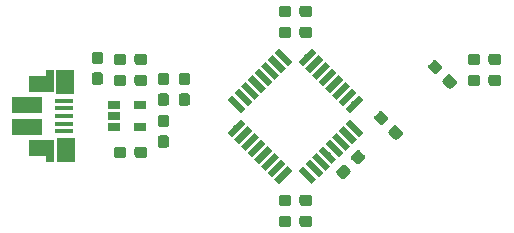
<source format=gtp>
G04 #@! TF.GenerationSoftware,KiCad,Pcbnew,(5.1.2)-2*
G04 #@! TF.CreationDate,2019-11-25T16:57:55+01:00*
G04 #@! TF.ProjectId,nanoSAMD21E18v1,6e616e6f-5341-44d4-9432-314531387631,rev?*
G04 #@! TF.SameCoordinates,Original*
G04 #@! TF.FileFunction,Paste,Top*
G04 #@! TF.FilePolarity,Positive*
%FSLAX46Y46*%
G04 Gerber Fmt 4.6, Leading zero omitted, Abs format (unit mm)*
G04 Created by KiCad (PCBNEW (5.1.2)-2) date 2019-11-25 16:57:55*
%MOMM*%
%LPD*%
G04 APERTURE LIST*
%ADD10C,0.100000*%
%ADD11C,0.950000*%
%ADD12R,2.000000X1.350000*%
%ADD13R,0.700000X1.825000*%
%ADD14R,1.500000X2.000000*%
%ADD15R,1.650000X0.400000*%
%ADD16R,2.500000X1.430000*%
%ADD17R,1.060000X0.650000*%
%ADD18C,0.550000*%
G04 APERTURE END LIST*
D10*
G36*
X145965779Y-100364144D02*
G01*
X145988834Y-100367563D01*
X146011443Y-100373227D01*
X146033387Y-100381079D01*
X146054457Y-100391044D01*
X146074448Y-100403026D01*
X146093168Y-100416910D01*
X146110438Y-100432562D01*
X146126090Y-100449832D01*
X146139974Y-100468552D01*
X146151956Y-100488543D01*
X146161921Y-100509613D01*
X146169773Y-100531557D01*
X146175437Y-100554166D01*
X146178856Y-100577221D01*
X146180000Y-100600500D01*
X146180000Y-101075500D01*
X146178856Y-101098779D01*
X146175437Y-101121834D01*
X146169773Y-101144443D01*
X146161921Y-101166387D01*
X146151956Y-101187457D01*
X146139974Y-101207448D01*
X146126090Y-101226168D01*
X146110438Y-101243438D01*
X146093168Y-101259090D01*
X146074448Y-101272974D01*
X146054457Y-101284956D01*
X146033387Y-101294921D01*
X146011443Y-101302773D01*
X145988834Y-101308437D01*
X145965779Y-101311856D01*
X145942500Y-101313000D01*
X145367500Y-101313000D01*
X145344221Y-101311856D01*
X145321166Y-101308437D01*
X145298557Y-101302773D01*
X145276613Y-101294921D01*
X145255543Y-101284956D01*
X145235552Y-101272974D01*
X145216832Y-101259090D01*
X145199562Y-101243438D01*
X145183910Y-101226168D01*
X145170026Y-101207448D01*
X145158044Y-101187457D01*
X145148079Y-101166387D01*
X145140227Y-101144443D01*
X145134563Y-101121834D01*
X145131144Y-101098779D01*
X145130000Y-101075500D01*
X145130000Y-100600500D01*
X145131144Y-100577221D01*
X145134563Y-100554166D01*
X145140227Y-100531557D01*
X145148079Y-100509613D01*
X145158044Y-100488543D01*
X145170026Y-100468552D01*
X145183910Y-100449832D01*
X145199562Y-100432562D01*
X145216832Y-100416910D01*
X145235552Y-100403026D01*
X145255543Y-100391044D01*
X145276613Y-100381079D01*
X145298557Y-100373227D01*
X145321166Y-100367563D01*
X145344221Y-100364144D01*
X145367500Y-100363000D01*
X145942500Y-100363000D01*
X145965779Y-100364144D01*
X145965779Y-100364144D01*
G37*
D11*
X145655000Y-100838000D03*
D10*
G36*
X144215779Y-100364144D02*
G01*
X144238834Y-100367563D01*
X144261443Y-100373227D01*
X144283387Y-100381079D01*
X144304457Y-100391044D01*
X144324448Y-100403026D01*
X144343168Y-100416910D01*
X144360438Y-100432562D01*
X144376090Y-100449832D01*
X144389974Y-100468552D01*
X144401956Y-100488543D01*
X144411921Y-100509613D01*
X144419773Y-100531557D01*
X144425437Y-100554166D01*
X144428856Y-100577221D01*
X144430000Y-100600500D01*
X144430000Y-101075500D01*
X144428856Y-101098779D01*
X144425437Y-101121834D01*
X144419773Y-101144443D01*
X144411921Y-101166387D01*
X144401956Y-101187457D01*
X144389974Y-101207448D01*
X144376090Y-101226168D01*
X144360438Y-101243438D01*
X144343168Y-101259090D01*
X144324448Y-101272974D01*
X144304457Y-101284956D01*
X144283387Y-101294921D01*
X144261443Y-101302773D01*
X144238834Y-101308437D01*
X144215779Y-101311856D01*
X144192500Y-101313000D01*
X143617500Y-101313000D01*
X143594221Y-101311856D01*
X143571166Y-101308437D01*
X143548557Y-101302773D01*
X143526613Y-101294921D01*
X143505543Y-101284956D01*
X143485552Y-101272974D01*
X143466832Y-101259090D01*
X143449562Y-101243438D01*
X143433910Y-101226168D01*
X143420026Y-101207448D01*
X143408044Y-101187457D01*
X143398079Y-101166387D01*
X143390227Y-101144443D01*
X143384563Y-101121834D01*
X143381144Y-101098779D01*
X143380000Y-101075500D01*
X143380000Y-100600500D01*
X143381144Y-100577221D01*
X143384563Y-100554166D01*
X143390227Y-100531557D01*
X143398079Y-100509613D01*
X143408044Y-100488543D01*
X143420026Y-100468552D01*
X143433910Y-100449832D01*
X143449562Y-100432562D01*
X143466832Y-100416910D01*
X143485552Y-100403026D01*
X143505543Y-100391044D01*
X143526613Y-100381079D01*
X143548557Y-100373227D01*
X143571166Y-100367563D01*
X143594221Y-100364144D01*
X143617500Y-100363000D01*
X144192500Y-100363000D01*
X144215779Y-100364144D01*
X144215779Y-100364144D01*
G37*
D11*
X143905000Y-100838000D03*
D10*
G36*
X161967779Y-88426144D02*
G01*
X161990834Y-88429563D01*
X162013443Y-88435227D01*
X162035387Y-88443079D01*
X162056457Y-88453044D01*
X162076448Y-88465026D01*
X162095168Y-88478910D01*
X162112438Y-88494562D01*
X162128090Y-88511832D01*
X162141974Y-88530552D01*
X162153956Y-88550543D01*
X162163921Y-88571613D01*
X162171773Y-88593557D01*
X162177437Y-88616166D01*
X162180856Y-88639221D01*
X162182000Y-88662500D01*
X162182000Y-89137500D01*
X162180856Y-89160779D01*
X162177437Y-89183834D01*
X162171773Y-89206443D01*
X162163921Y-89228387D01*
X162153956Y-89249457D01*
X162141974Y-89269448D01*
X162128090Y-89288168D01*
X162112438Y-89305438D01*
X162095168Y-89321090D01*
X162076448Y-89334974D01*
X162056457Y-89346956D01*
X162035387Y-89356921D01*
X162013443Y-89364773D01*
X161990834Y-89370437D01*
X161967779Y-89373856D01*
X161944500Y-89375000D01*
X161369500Y-89375000D01*
X161346221Y-89373856D01*
X161323166Y-89370437D01*
X161300557Y-89364773D01*
X161278613Y-89356921D01*
X161257543Y-89346956D01*
X161237552Y-89334974D01*
X161218832Y-89321090D01*
X161201562Y-89305438D01*
X161185910Y-89288168D01*
X161172026Y-89269448D01*
X161160044Y-89249457D01*
X161150079Y-89228387D01*
X161142227Y-89206443D01*
X161136563Y-89183834D01*
X161133144Y-89160779D01*
X161132000Y-89137500D01*
X161132000Y-88662500D01*
X161133144Y-88639221D01*
X161136563Y-88616166D01*
X161142227Y-88593557D01*
X161150079Y-88571613D01*
X161160044Y-88550543D01*
X161172026Y-88530552D01*
X161185910Y-88511832D01*
X161201562Y-88494562D01*
X161218832Y-88478910D01*
X161237552Y-88465026D01*
X161257543Y-88453044D01*
X161278613Y-88443079D01*
X161300557Y-88435227D01*
X161323166Y-88429563D01*
X161346221Y-88426144D01*
X161369500Y-88425000D01*
X161944500Y-88425000D01*
X161967779Y-88426144D01*
X161967779Y-88426144D01*
G37*
D11*
X161657000Y-88900000D03*
D10*
G36*
X160217779Y-88426144D02*
G01*
X160240834Y-88429563D01*
X160263443Y-88435227D01*
X160285387Y-88443079D01*
X160306457Y-88453044D01*
X160326448Y-88465026D01*
X160345168Y-88478910D01*
X160362438Y-88494562D01*
X160378090Y-88511832D01*
X160391974Y-88530552D01*
X160403956Y-88550543D01*
X160413921Y-88571613D01*
X160421773Y-88593557D01*
X160427437Y-88616166D01*
X160430856Y-88639221D01*
X160432000Y-88662500D01*
X160432000Y-89137500D01*
X160430856Y-89160779D01*
X160427437Y-89183834D01*
X160421773Y-89206443D01*
X160413921Y-89228387D01*
X160403956Y-89249457D01*
X160391974Y-89269448D01*
X160378090Y-89288168D01*
X160362438Y-89305438D01*
X160345168Y-89321090D01*
X160326448Y-89334974D01*
X160306457Y-89346956D01*
X160285387Y-89356921D01*
X160263443Y-89364773D01*
X160240834Y-89370437D01*
X160217779Y-89373856D01*
X160194500Y-89375000D01*
X159619500Y-89375000D01*
X159596221Y-89373856D01*
X159573166Y-89370437D01*
X159550557Y-89364773D01*
X159528613Y-89356921D01*
X159507543Y-89346956D01*
X159487552Y-89334974D01*
X159468832Y-89321090D01*
X159451562Y-89305438D01*
X159435910Y-89288168D01*
X159422026Y-89269448D01*
X159410044Y-89249457D01*
X159400079Y-89228387D01*
X159392227Y-89206443D01*
X159386563Y-89183834D01*
X159383144Y-89160779D01*
X159382000Y-89137500D01*
X159382000Y-88662500D01*
X159383144Y-88639221D01*
X159386563Y-88616166D01*
X159392227Y-88593557D01*
X159400079Y-88571613D01*
X159410044Y-88550543D01*
X159422026Y-88530552D01*
X159435910Y-88511832D01*
X159451562Y-88494562D01*
X159468832Y-88478910D01*
X159487552Y-88465026D01*
X159507543Y-88453044D01*
X159528613Y-88443079D01*
X159550557Y-88435227D01*
X159573166Y-88429563D01*
X159596221Y-88426144D01*
X159619500Y-88425000D01*
X160194500Y-88425000D01*
X160217779Y-88426144D01*
X160217779Y-88426144D01*
G37*
D11*
X159907000Y-88900000D03*
D10*
G36*
X133864779Y-90041144D02*
G01*
X133887834Y-90044563D01*
X133910443Y-90050227D01*
X133932387Y-90058079D01*
X133953457Y-90068044D01*
X133973448Y-90080026D01*
X133992168Y-90093910D01*
X134009438Y-90109562D01*
X134025090Y-90126832D01*
X134038974Y-90145552D01*
X134050956Y-90165543D01*
X134060921Y-90186613D01*
X134068773Y-90208557D01*
X134074437Y-90231166D01*
X134077856Y-90254221D01*
X134079000Y-90277500D01*
X134079000Y-90852500D01*
X134077856Y-90875779D01*
X134074437Y-90898834D01*
X134068773Y-90921443D01*
X134060921Y-90943387D01*
X134050956Y-90964457D01*
X134038974Y-90984448D01*
X134025090Y-91003168D01*
X134009438Y-91020438D01*
X133992168Y-91036090D01*
X133973448Y-91049974D01*
X133953457Y-91061956D01*
X133932387Y-91071921D01*
X133910443Y-91079773D01*
X133887834Y-91085437D01*
X133864779Y-91088856D01*
X133841500Y-91090000D01*
X133366500Y-91090000D01*
X133343221Y-91088856D01*
X133320166Y-91085437D01*
X133297557Y-91079773D01*
X133275613Y-91071921D01*
X133254543Y-91061956D01*
X133234552Y-91049974D01*
X133215832Y-91036090D01*
X133198562Y-91020438D01*
X133182910Y-91003168D01*
X133169026Y-90984448D01*
X133157044Y-90964457D01*
X133147079Y-90943387D01*
X133139227Y-90921443D01*
X133133563Y-90898834D01*
X133130144Y-90875779D01*
X133129000Y-90852500D01*
X133129000Y-90277500D01*
X133130144Y-90254221D01*
X133133563Y-90231166D01*
X133139227Y-90208557D01*
X133147079Y-90186613D01*
X133157044Y-90165543D01*
X133169026Y-90145552D01*
X133182910Y-90126832D01*
X133198562Y-90109562D01*
X133215832Y-90093910D01*
X133234552Y-90080026D01*
X133254543Y-90068044D01*
X133275613Y-90058079D01*
X133297557Y-90050227D01*
X133320166Y-90044563D01*
X133343221Y-90041144D01*
X133366500Y-90040000D01*
X133841500Y-90040000D01*
X133864779Y-90041144D01*
X133864779Y-90041144D01*
G37*
D11*
X133604000Y-90565000D03*
D10*
G36*
X133864779Y-91791144D02*
G01*
X133887834Y-91794563D01*
X133910443Y-91800227D01*
X133932387Y-91808079D01*
X133953457Y-91818044D01*
X133973448Y-91830026D01*
X133992168Y-91843910D01*
X134009438Y-91859562D01*
X134025090Y-91876832D01*
X134038974Y-91895552D01*
X134050956Y-91915543D01*
X134060921Y-91936613D01*
X134068773Y-91958557D01*
X134074437Y-91981166D01*
X134077856Y-92004221D01*
X134079000Y-92027500D01*
X134079000Y-92602500D01*
X134077856Y-92625779D01*
X134074437Y-92648834D01*
X134068773Y-92671443D01*
X134060921Y-92693387D01*
X134050956Y-92714457D01*
X134038974Y-92734448D01*
X134025090Y-92753168D01*
X134009438Y-92770438D01*
X133992168Y-92786090D01*
X133973448Y-92799974D01*
X133953457Y-92811956D01*
X133932387Y-92821921D01*
X133910443Y-92829773D01*
X133887834Y-92835437D01*
X133864779Y-92838856D01*
X133841500Y-92840000D01*
X133366500Y-92840000D01*
X133343221Y-92838856D01*
X133320166Y-92835437D01*
X133297557Y-92829773D01*
X133275613Y-92821921D01*
X133254543Y-92811956D01*
X133234552Y-92799974D01*
X133215832Y-92786090D01*
X133198562Y-92770438D01*
X133182910Y-92753168D01*
X133169026Y-92734448D01*
X133157044Y-92714457D01*
X133147079Y-92693387D01*
X133139227Y-92671443D01*
X133133563Y-92648834D01*
X133130144Y-92625779D01*
X133129000Y-92602500D01*
X133129000Y-92027500D01*
X133130144Y-92004221D01*
X133133563Y-91981166D01*
X133139227Y-91958557D01*
X133147079Y-91936613D01*
X133157044Y-91915543D01*
X133169026Y-91895552D01*
X133182910Y-91876832D01*
X133198562Y-91859562D01*
X133215832Y-91843910D01*
X133234552Y-91830026D01*
X133254543Y-91818044D01*
X133275613Y-91808079D01*
X133297557Y-91800227D01*
X133320166Y-91794563D01*
X133343221Y-91791144D01*
X133366500Y-91790000D01*
X133841500Y-91790000D01*
X133864779Y-91791144D01*
X133864779Y-91791144D01*
G37*
D11*
X133604000Y-92315000D03*
D10*
G36*
X131995779Y-88426144D02*
G01*
X132018834Y-88429563D01*
X132041443Y-88435227D01*
X132063387Y-88443079D01*
X132084457Y-88453044D01*
X132104448Y-88465026D01*
X132123168Y-88478910D01*
X132140438Y-88494562D01*
X132156090Y-88511832D01*
X132169974Y-88530552D01*
X132181956Y-88550543D01*
X132191921Y-88571613D01*
X132199773Y-88593557D01*
X132205437Y-88616166D01*
X132208856Y-88639221D01*
X132210000Y-88662500D01*
X132210000Y-89137500D01*
X132208856Y-89160779D01*
X132205437Y-89183834D01*
X132199773Y-89206443D01*
X132191921Y-89228387D01*
X132181956Y-89249457D01*
X132169974Y-89269448D01*
X132156090Y-89288168D01*
X132140438Y-89305438D01*
X132123168Y-89321090D01*
X132104448Y-89334974D01*
X132084457Y-89346956D01*
X132063387Y-89356921D01*
X132041443Y-89364773D01*
X132018834Y-89370437D01*
X131995779Y-89373856D01*
X131972500Y-89375000D01*
X131397500Y-89375000D01*
X131374221Y-89373856D01*
X131351166Y-89370437D01*
X131328557Y-89364773D01*
X131306613Y-89356921D01*
X131285543Y-89346956D01*
X131265552Y-89334974D01*
X131246832Y-89321090D01*
X131229562Y-89305438D01*
X131213910Y-89288168D01*
X131200026Y-89269448D01*
X131188044Y-89249457D01*
X131178079Y-89228387D01*
X131170227Y-89206443D01*
X131164563Y-89183834D01*
X131161144Y-89160779D01*
X131160000Y-89137500D01*
X131160000Y-88662500D01*
X131161144Y-88639221D01*
X131164563Y-88616166D01*
X131170227Y-88593557D01*
X131178079Y-88571613D01*
X131188044Y-88550543D01*
X131200026Y-88530552D01*
X131213910Y-88511832D01*
X131229562Y-88494562D01*
X131246832Y-88478910D01*
X131265552Y-88465026D01*
X131285543Y-88453044D01*
X131306613Y-88443079D01*
X131328557Y-88435227D01*
X131351166Y-88429563D01*
X131374221Y-88426144D01*
X131397500Y-88425000D01*
X131972500Y-88425000D01*
X131995779Y-88426144D01*
X131995779Y-88426144D01*
G37*
D11*
X131685000Y-88900000D03*
D10*
G36*
X130245779Y-88426144D02*
G01*
X130268834Y-88429563D01*
X130291443Y-88435227D01*
X130313387Y-88443079D01*
X130334457Y-88453044D01*
X130354448Y-88465026D01*
X130373168Y-88478910D01*
X130390438Y-88494562D01*
X130406090Y-88511832D01*
X130419974Y-88530552D01*
X130431956Y-88550543D01*
X130441921Y-88571613D01*
X130449773Y-88593557D01*
X130455437Y-88616166D01*
X130458856Y-88639221D01*
X130460000Y-88662500D01*
X130460000Y-89137500D01*
X130458856Y-89160779D01*
X130455437Y-89183834D01*
X130449773Y-89206443D01*
X130441921Y-89228387D01*
X130431956Y-89249457D01*
X130419974Y-89269448D01*
X130406090Y-89288168D01*
X130390438Y-89305438D01*
X130373168Y-89321090D01*
X130354448Y-89334974D01*
X130334457Y-89346956D01*
X130313387Y-89356921D01*
X130291443Y-89364773D01*
X130268834Y-89370437D01*
X130245779Y-89373856D01*
X130222500Y-89375000D01*
X129647500Y-89375000D01*
X129624221Y-89373856D01*
X129601166Y-89370437D01*
X129578557Y-89364773D01*
X129556613Y-89356921D01*
X129535543Y-89346956D01*
X129515552Y-89334974D01*
X129496832Y-89321090D01*
X129479562Y-89305438D01*
X129463910Y-89288168D01*
X129450026Y-89269448D01*
X129438044Y-89249457D01*
X129428079Y-89228387D01*
X129420227Y-89206443D01*
X129414563Y-89183834D01*
X129411144Y-89160779D01*
X129410000Y-89137500D01*
X129410000Y-88662500D01*
X129411144Y-88639221D01*
X129414563Y-88616166D01*
X129420227Y-88593557D01*
X129428079Y-88571613D01*
X129438044Y-88550543D01*
X129450026Y-88530552D01*
X129463910Y-88511832D01*
X129479562Y-88494562D01*
X129496832Y-88478910D01*
X129515552Y-88465026D01*
X129535543Y-88453044D01*
X129556613Y-88443079D01*
X129578557Y-88435227D01*
X129601166Y-88429563D01*
X129624221Y-88426144D01*
X129647500Y-88425000D01*
X130222500Y-88425000D01*
X130245779Y-88426144D01*
X130245779Y-88426144D01*
G37*
D11*
X129935000Y-88900000D03*
D10*
G36*
X145965779Y-102142144D02*
G01*
X145988834Y-102145563D01*
X146011443Y-102151227D01*
X146033387Y-102159079D01*
X146054457Y-102169044D01*
X146074448Y-102181026D01*
X146093168Y-102194910D01*
X146110438Y-102210562D01*
X146126090Y-102227832D01*
X146139974Y-102246552D01*
X146151956Y-102266543D01*
X146161921Y-102287613D01*
X146169773Y-102309557D01*
X146175437Y-102332166D01*
X146178856Y-102355221D01*
X146180000Y-102378500D01*
X146180000Y-102853500D01*
X146178856Y-102876779D01*
X146175437Y-102899834D01*
X146169773Y-102922443D01*
X146161921Y-102944387D01*
X146151956Y-102965457D01*
X146139974Y-102985448D01*
X146126090Y-103004168D01*
X146110438Y-103021438D01*
X146093168Y-103037090D01*
X146074448Y-103050974D01*
X146054457Y-103062956D01*
X146033387Y-103072921D01*
X146011443Y-103080773D01*
X145988834Y-103086437D01*
X145965779Y-103089856D01*
X145942500Y-103091000D01*
X145367500Y-103091000D01*
X145344221Y-103089856D01*
X145321166Y-103086437D01*
X145298557Y-103080773D01*
X145276613Y-103072921D01*
X145255543Y-103062956D01*
X145235552Y-103050974D01*
X145216832Y-103037090D01*
X145199562Y-103021438D01*
X145183910Y-103004168D01*
X145170026Y-102985448D01*
X145158044Y-102965457D01*
X145148079Y-102944387D01*
X145140227Y-102922443D01*
X145134563Y-102899834D01*
X145131144Y-102876779D01*
X145130000Y-102853500D01*
X145130000Y-102378500D01*
X145131144Y-102355221D01*
X145134563Y-102332166D01*
X145140227Y-102309557D01*
X145148079Y-102287613D01*
X145158044Y-102266543D01*
X145170026Y-102246552D01*
X145183910Y-102227832D01*
X145199562Y-102210562D01*
X145216832Y-102194910D01*
X145235552Y-102181026D01*
X145255543Y-102169044D01*
X145276613Y-102159079D01*
X145298557Y-102151227D01*
X145321166Y-102145563D01*
X145344221Y-102142144D01*
X145367500Y-102141000D01*
X145942500Y-102141000D01*
X145965779Y-102142144D01*
X145965779Y-102142144D01*
G37*
D11*
X145655000Y-102616000D03*
D10*
G36*
X144215779Y-102142144D02*
G01*
X144238834Y-102145563D01*
X144261443Y-102151227D01*
X144283387Y-102159079D01*
X144304457Y-102169044D01*
X144324448Y-102181026D01*
X144343168Y-102194910D01*
X144360438Y-102210562D01*
X144376090Y-102227832D01*
X144389974Y-102246552D01*
X144401956Y-102266543D01*
X144411921Y-102287613D01*
X144419773Y-102309557D01*
X144425437Y-102332166D01*
X144428856Y-102355221D01*
X144430000Y-102378500D01*
X144430000Y-102853500D01*
X144428856Y-102876779D01*
X144425437Y-102899834D01*
X144419773Y-102922443D01*
X144411921Y-102944387D01*
X144401956Y-102965457D01*
X144389974Y-102985448D01*
X144376090Y-103004168D01*
X144360438Y-103021438D01*
X144343168Y-103037090D01*
X144324448Y-103050974D01*
X144304457Y-103062956D01*
X144283387Y-103072921D01*
X144261443Y-103080773D01*
X144238834Y-103086437D01*
X144215779Y-103089856D01*
X144192500Y-103091000D01*
X143617500Y-103091000D01*
X143594221Y-103089856D01*
X143571166Y-103086437D01*
X143548557Y-103080773D01*
X143526613Y-103072921D01*
X143505543Y-103062956D01*
X143485552Y-103050974D01*
X143466832Y-103037090D01*
X143449562Y-103021438D01*
X143433910Y-103004168D01*
X143420026Y-102985448D01*
X143408044Y-102965457D01*
X143398079Y-102944387D01*
X143390227Y-102922443D01*
X143384563Y-102899834D01*
X143381144Y-102876779D01*
X143380000Y-102853500D01*
X143380000Y-102378500D01*
X143381144Y-102355221D01*
X143384563Y-102332166D01*
X143390227Y-102309557D01*
X143398079Y-102287613D01*
X143408044Y-102266543D01*
X143420026Y-102246552D01*
X143433910Y-102227832D01*
X143449562Y-102210562D01*
X143466832Y-102194910D01*
X143485552Y-102181026D01*
X143505543Y-102169044D01*
X143526613Y-102159079D01*
X143548557Y-102151227D01*
X143571166Y-102145563D01*
X143594221Y-102142144D01*
X143617500Y-102141000D01*
X144192500Y-102141000D01*
X144215779Y-102142144D01*
X144215779Y-102142144D01*
G37*
D11*
X143905000Y-102616000D03*
D10*
G36*
X160217779Y-90204144D02*
G01*
X160240834Y-90207563D01*
X160263443Y-90213227D01*
X160285387Y-90221079D01*
X160306457Y-90231044D01*
X160326448Y-90243026D01*
X160345168Y-90256910D01*
X160362438Y-90272562D01*
X160378090Y-90289832D01*
X160391974Y-90308552D01*
X160403956Y-90328543D01*
X160413921Y-90349613D01*
X160421773Y-90371557D01*
X160427437Y-90394166D01*
X160430856Y-90417221D01*
X160432000Y-90440500D01*
X160432000Y-90915500D01*
X160430856Y-90938779D01*
X160427437Y-90961834D01*
X160421773Y-90984443D01*
X160413921Y-91006387D01*
X160403956Y-91027457D01*
X160391974Y-91047448D01*
X160378090Y-91066168D01*
X160362438Y-91083438D01*
X160345168Y-91099090D01*
X160326448Y-91112974D01*
X160306457Y-91124956D01*
X160285387Y-91134921D01*
X160263443Y-91142773D01*
X160240834Y-91148437D01*
X160217779Y-91151856D01*
X160194500Y-91153000D01*
X159619500Y-91153000D01*
X159596221Y-91151856D01*
X159573166Y-91148437D01*
X159550557Y-91142773D01*
X159528613Y-91134921D01*
X159507543Y-91124956D01*
X159487552Y-91112974D01*
X159468832Y-91099090D01*
X159451562Y-91083438D01*
X159435910Y-91066168D01*
X159422026Y-91047448D01*
X159410044Y-91027457D01*
X159400079Y-91006387D01*
X159392227Y-90984443D01*
X159386563Y-90961834D01*
X159383144Y-90938779D01*
X159382000Y-90915500D01*
X159382000Y-90440500D01*
X159383144Y-90417221D01*
X159386563Y-90394166D01*
X159392227Y-90371557D01*
X159400079Y-90349613D01*
X159410044Y-90328543D01*
X159422026Y-90308552D01*
X159435910Y-90289832D01*
X159451562Y-90272562D01*
X159468832Y-90256910D01*
X159487552Y-90243026D01*
X159507543Y-90231044D01*
X159528613Y-90221079D01*
X159550557Y-90213227D01*
X159573166Y-90207563D01*
X159596221Y-90204144D01*
X159619500Y-90203000D01*
X160194500Y-90203000D01*
X160217779Y-90204144D01*
X160217779Y-90204144D01*
G37*
D11*
X159907000Y-90678000D03*
D10*
G36*
X161967779Y-90204144D02*
G01*
X161990834Y-90207563D01*
X162013443Y-90213227D01*
X162035387Y-90221079D01*
X162056457Y-90231044D01*
X162076448Y-90243026D01*
X162095168Y-90256910D01*
X162112438Y-90272562D01*
X162128090Y-90289832D01*
X162141974Y-90308552D01*
X162153956Y-90328543D01*
X162163921Y-90349613D01*
X162171773Y-90371557D01*
X162177437Y-90394166D01*
X162180856Y-90417221D01*
X162182000Y-90440500D01*
X162182000Y-90915500D01*
X162180856Y-90938779D01*
X162177437Y-90961834D01*
X162171773Y-90984443D01*
X162163921Y-91006387D01*
X162153956Y-91027457D01*
X162141974Y-91047448D01*
X162128090Y-91066168D01*
X162112438Y-91083438D01*
X162095168Y-91099090D01*
X162076448Y-91112974D01*
X162056457Y-91124956D01*
X162035387Y-91134921D01*
X162013443Y-91142773D01*
X161990834Y-91148437D01*
X161967779Y-91151856D01*
X161944500Y-91153000D01*
X161369500Y-91153000D01*
X161346221Y-91151856D01*
X161323166Y-91148437D01*
X161300557Y-91142773D01*
X161278613Y-91134921D01*
X161257543Y-91124956D01*
X161237552Y-91112974D01*
X161218832Y-91099090D01*
X161201562Y-91083438D01*
X161185910Y-91066168D01*
X161172026Y-91047448D01*
X161160044Y-91027457D01*
X161150079Y-91006387D01*
X161142227Y-90984443D01*
X161136563Y-90961834D01*
X161133144Y-90938779D01*
X161132000Y-90915500D01*
X161132000Y-90440500D01*
X161133144Y-90417221D01*
X161136563Y-90394166D01*
X161142227Y-90371557D01*
X161150079Y-90349613D01*
X161160044Y-90328543D01*
X161172026Y-90308552D01*
X161185910Y-90289832D01*
X161201562Y-90272562D01*
X161218832Y-90256910D01*
X161237552Y-90243026D01*
X161257543Y-90231044D01*
X161278613Y-90221079D01*
X161300557Y-90213227D01*
X161323166Y-90207563D01*
X161346221Y-90204144D01*
X161369500Y-90203000D01*
X161944500Y-90203000D01*
X161967779Y-90204144D01*
X161967779Y-90204144D01*
G37*
D11*
X161657000Y-90678000D03*
D10*
G36*
X133864779Y-93597144D02*
G01*
X133887834Y-93600563D01*
X133910443Y-93606227D01*
X133932387Y-93614079D01*
X133953457Y-93624044D01*
X133973448Y-93636026D01*
X133992168Y-93649910D01*
X134009438Y-93665562D01*
X134025090Y-93682832D01*
X134038974Y-93701552D01*
X134050956Y-93721543D01*
X134060921Y-93742613D01*
X134068773Y-93764557D01*
X134074437Y-93787166D01*
X134077856Y-93810221D01*
X134079000Y-93833500D01*
X134079000Y-94408500D01*
X134077856Y-94431779D01*
X134074437Y-94454834D01*
X134068773Y-94477443D01*
X134060921Y-94499387D01*
X134050956Y-94520457D01*
X134038974Y-94540448D01*
X134025090Y-94559168D01*
X134009438Y-94576438D01*
X133992168Y-94592090D01*
X133973448Y-94605974D01*
X133953457Y-94617956D01*
X133932387Y-94627921D01*
X133910443Y-94635773D01*
X133887834Y-94641437D01*
X133864779Y-94644856D01*
X133841500Y-94646000D01*
X133366500Y-94646000D01*
X133343221Y-94644856D01*
X133320166Y-94641437D01*
X133297557Y-94635773D01*
X133275613Y-94627921D01*
X133254543Y-94617956D01*
X133234552Y-94605974D01*
X133215832Y-94592090D01*
X133198562Y-94576438D01*
X133182910Y-94559168D01*
X133169026Y-94540448D01*
X133157044Y-94520457D01*
X133147079Y-94499387D01*
X133139227Y-94477443D01*
X133133563Y-94454834D01*
X133130144Y-94431779D01*
X133129000Y-94408500D01*
X133129000Y-93833500D01*
X133130144Y-93810221D01*
X133133563Y-93787166D01*
X133139227Y-93764557D01*
X133147079Y-93742613D01*
X133157044Y-93721543D01*
X133169026Y-93701552D01*
X133182910Y-93682832D01*
X133198562Y-93665562D01*
X133215832Y-93649910D01*
X133234552Y-93636026D01*
X133254543Y-93624044D01*
X133275613Y-93614079D01*
X133297557Y-93606227D01*
X133320166Y-93600563D01*
X133343221Y-93597144D01*
X133366500Y-93596000D01*
X133841500Y-93596000D01*
X133864779Y-93597144D01*
X133864779Y-93597144D01*
G37*
D11*
X133604000Y-94121000D03*
D10*
G36*
X133864779Y-95347144D02*
G01*
X133887834Y-95350563D01*
X133910443Y-95356227D01*
X133932387Y-95364079D01*
X133953457Y-95374044D01*
X133973448Y-95386026D01*
X133992168Y-95399910D01*
X134009438Y-95415562D01*
X134025090Y-95432832D01*
X134038974Y-95451552D01*
X134050956Y-95471543D01*
X134060921Y-95492613D01*
X134068773Y-95514557D01*
X134074437Y-95537166D01*
X134077856Y-95560221D01*
X134079000Y-95583500D01*
X134079000Y-96158500D01*
X134077856Y-96181779D01*
X134074437Y-96204834D01*
X134068773Y-96227443D01*
X134060921Y-96249387D01*
X134050956Y-96270457D01*
X134038974Y-96290448D01*
X134025090Y-96309168D01*
X134009438Y-96326438D01*
X133992168Y-96342090D01*
X133973448Y-96355974D01*
X133953457Y-96367956D01*
X133932387Y-96377921D01*
X133910443Y-96385773D01*
X133887834Y-96391437D01*
X133864779Y-96394856D01*
X133841500Y-96396000D01*
X133366500Y-96396000D01*
X133343221Y-96394856D01*
X133320166Y-96391437D01*
X133297557Y-96385773D01*
X133275613Y-96377921D01*
X133254543Y-96367956D01*
X133234552Y-96355974D01*
X133215832Y-96342090D01*
X133198562Y-96326438D01*
X133182910Y-96309168D01*
X133169026Y-96290448D01*
X133157044Y-96270457D01*
X133147079Y-96249387D01*
X133139227Y-96227443D01*
X133133563Y-96204834D01*
X133130144Y-96181779D01*
X133129000Y-96158500D01*
X133129000Y-95583500D01*
X133130144Y-95560221D01*
X133133563Y-95537166D01*
X133139227Y-95514557D01*
X133147079Y-95492613D01*
X133157044Y-95471543D01*
X133169026Y-95451552D01*
X133182910Y-95432832D01*
X133198562Y-95415562D01*
X133215832Y-95399910D01*
X133234552Y-95386026D01*
X133254543Y-95374044D01*
X133275613Y-95364079D01*
X133297557Y-95356227D01*
X133320166Y-95350563D01*
X133343221Y-95347144D01*
X133366500Y-95346000D01*
X133841500Y-95346000D01*
X133864779Y-95347144D01*
X133864779Y-95347144D01*
G37*
D11*
X133604000Y-95871000D03*
D10*
G36*
X148902634Y-97817413D02*
G01*
X148925689Y-97820832D01*
X148948298Y-97826496D01*
X148970242Y-97834348D01*
X148991312Y-97844313D01*
X149011303Y-97856295D01*
X149030023Y-97870179D01*
X149047293Y-97885831D01*
X149383169Y-98221707D01*
X149398821Y-98238977D01*
X149412705Y-98257697D01*
X149424687Y-98277688D01*
X149434652Y-98298758D01*
X149442504Y-98320702D01*
X149448168Y-98343311D01*
X149451587Y-98366366D01*
X149452731Y-98389645D01*
X149451587Y-98412924D01*
X149448168Y-98435979D01*
X149442504Y-98458588D01*
X149434652Y-98480532D01*
X149424687Y-98501602D01*
X149412705Y-98521593D01*
X149398821Y-98540313D01*
X149383169Y-98557583D01*
X148976583Y-98964169D01*
X148959313Y-98979821D01*
X148940593Y-98993705D01*
X148920602Y-99005687D01*
X148899532Y-99015652D01*
X148877588Y-99023504D01*
X148854979Y-99029168D01*
X148831924Y-99032587D01*
X148808645Y-99033731D01*
X148785366Y-99032587D01*
X148762311Y-99029168D01*
X148739702Y-99023504D01*
X148717758Y-99015652D01*
X148696688Y-99005687D01*
X148676697Y-98993705D01*
X148657977Y-98979821D01*
X148640707Y-98964169D01*
X148304831Y-98628293D01*
X148289179Y-98611023D01*
X148275295Y-98592303D01*
X148263313Y-98572312D01*
X148253348Y-98551242D01*
X148245496Y-98529298D01*
X148239832Y-98506689D01*
X148236413Y-98483634D01*
X148235269Y-98460355D01*
X148236413Y-98437076D01*
X148239832Y-98414021D01*
X148245496Y-98391412D01*
X148253348Y-98369468D01*
X148263313Y-98348398D01*
X148275295Y-98328407D01*
X148289179Y-98309687D01*
X148304831Y-98292417D01*
X148711417Y-97885831D01*
X148728687Y-97870179D01*
X148747407Y-97856295D01*
X148767398Y-97844313D01*
X148788468Y-97834348D01*
X148810412Y-97826496D01*
X148833021Y-97820832D01*
X148856076Y-97817413D01*
X148879355Y-97816269D01*
X148902634Y-97817413D01*
X148902634Y-97817413D01*
G37*
D11*
X148844000Y-98425000D03*
D10*
G36*
X150140070Y-96579977D02*
G01*
X150163125Y-96583396D01*
X150185734Y-96589060D01*
X150207678Y-96596912D01*
X150228748Y-96606877D01*
X150248739Y-96618859D01*
X150267459Y-96632743D01*
X150284729Y-96648395D01*
X150620605Y-96984271D01*
X150636257Y-97001541D01*
X150650141Y-97020261D01*
X150662123Y-97040252D01*
X150672088Y-97061322D01*
X150679940Y-97083266D01*
X150685604Y-97105875D01*
X150689023Y-97128930D01*
X150690167Y-97152209D01*
X150689023Y-97175488D01*
X150685604Y-97198543D01*
X150679940Y-97221152D01*
X150672088Y-97243096D01*
X150662123Y-97264166D01*
X150650141Y-97284157D01*
X150636257Y-97302877D01*
X150620605Y-97320147D01*
X150214019Y-97726733D01*
X150196749Y-97742385D01*
X150178029Y-97756269D01*
X150158038Y-97768251D01*
X150136968Y-97778216D01*
X150115024Y-97786068D01*
X150092415Y-97791732D01*
X150069360Y-97795151D01*
X150046081Y-97796295D01*
X150022802Y-97795151D01*
X149999747Y-97791732D01*
X149977138Y-97786068D01*
X149955194Y-97778216D01*
X149934124Y-97768251D01*
X149914133Y-97756269D01*
X149895413Y-97742385D01*
X149878143Y-97726733D01*
X149542267Y-97390857D01*
X149526615Y-97373587D01*
X149512731Y-97354867D01*
X149500749Y-97334876D01*
X149490784Y-97313806D01*
X149482932Y-97291862D01*
X149477268Y-97269253D01*
X149473849Y-97246198D01*
X149472705Y-97222919D01*
X149473849Y-97199640D01*
X149477268Y-97176585D01*
X149482932Y-97153976D01*
X149490784Y-97132032D01*
X149500749Y-97110962D01*
X149512731Y-97090971D01*
X149526615Y-97072251D01*
X149542267Y-97054981D01*
X149948853Y-96648395D01*
X149966123Y-96632743D01*
X149984843Y-96618859D01*
X150004834Y-96606877D01*
X150025904Y-96596912D01*
X150047848Y-96589060D01*
X150070457Y-96583396D01*
X150093512Y-96579977D01*
X150116791Y-96578833D01*
X150140070Y-96579977D01*
X150140070Y-96579977D01*
G37*
D11*
X150081436Y-97187564D03*
D10*
G36*
X144215779Y-84362144D02*
G01*
X144238834Y-84365563D01*
X144261443Y-84371227D01*
X144283387Y-84379079D01*
X144304457Y-84389044D01*
X144324448Y-84401026D01*
X144343168Y-84414910D01*
X144360438Y-84430562D01*
X144376090Y-84447832D01*
X144389974Y-84466552D01*
X144401956Y-84486543D01*
X144411921Y-84507613D01*
X144419773Y-84529557D01*
X144425437Y-84552166D01*
X144428856Y-84575221D01*
X144430000Y-84598500D01*
X144430000Y-85073500D01*
X144428856Y-85096779D01*
X144425437Y-85119834D01*
X144419773Y-85142443D01*
X144411921Y-85164387D01*
X144401956Y-85185457D01*
X144389974Y-85205448D01*
X144376090Y-85224168D01*
X144360438Y-85241438D01*
X144343168Y-85257090D01*
X144324448Y-85270974D01*
X144304457Y-85282956D01*
X144283387Y-85292921D01*
X144261443Y-85300773D01*
X144238834Y-85306437D01*
X144215779Y-85309856D01*
X144192500Y-85311000D01*
X143617500Y-85311000D01*
X143594221Y-85309856D01*
X143571166Y-85306437D01*
X143548557Y-85300773D01*
X143526613Y-85292921D01*
X143505543Y-85282956D01*
X143485552Y-85270974D01*
X143466832Y-85257090D01*
X143449562Y-85241438D01*
X143433910Y-85224168D01*
X143420026Y-85205448D01*
X143408044Y-85185457D01*
X143398079Y-85164387D01*
X143390227Y-85142443D01*
X143384563Y-85119834D01*
X143381144Y-85096779D01*
X143380000Y-85073500D01*
X143380000Y-84598500D01*
X143381144Y-84575221D01*
X143384563Y-84552166D01*
X143390227Y-84529557D01*
X143398079Y-84507613D01*
X143408044Y-84486543D01*
X143420026Y-84466552D01*
X143433910Y-84447832D01*
X143449562Y-84430562D01*
X143466832Y-84414910D01*
X143485552Y-84401026D01*
X143505543Y-84389044D01*
X143526613Y-84379079D01*
X143548557Y-84371227D01*
X143571166Y-84365563D01*
X143594221Y-84362144D01*
X143617500Y-84361000D01*
X144192500Y-84361000D01*
X144215779Y-84362144D01*
X144215779Y-84362144D01*
G37*
D11*
X143905000Y-84836000D03*
D10*
G36*
X145965779Y-84362144D02*
G01*
X145988834Y-84365563D01*
X146011443Y-84371227D01*
X146033387Y-84379079D01*
X146054457Y-84389044D01*
X146074448Y-84401026D01*
X146093168Y-84414910D01*
X146110438Y-84430562D01*
X146126090Y-84447832D01*
X146139974Y-84466552D01*
X146151956Y-84486543D01*
X146161921Y-84507613D01*
X146169773Y-84529557D01*
X146175437Y-84552166D01*
X146178856Y-84575221D01*
X146180000Y-84598500D01*
X146180000Y-85073500D01*
X146178856Y-85096779D01*
X146175437Y-85119834D01*
X146169773Y-85142443D01*
X146161921Y-85164387D01*
X146151956Y-85185457D01*
X146139974Y-85205448D01*
X146126090Y-85224168D01*
X146110438Y-85241438D01*
X146093168Y-85257090D01*
X146074448Y-85270974D01*
X146054457Y-85282956D01*
X146033387Y-85292921D01*
X146011443Y-85300773D01*
X145988834Y-85306437D01*
X145965779Y-85309856D01*
X145942500Y-85311000D01*
X145367500Y-85311000D01*
X145344221Y-85309856D01*
X145321166Y-85306437D01*
X145298557Y-85300773D01*
X145276613Y-85292921D01*
X145255543Y-85282956D01*
X145235552Y-85270974D01*
X145216832Y-85257090D01*
X145199562Y-85241438D01*
X145183910Y-85224168D01*
X145170026Y-85205448D01*
X145158044Y-85185457D01*
X145148079Y-85164387D01*
X145140227Y-85142443D01*
X145134563Y-85119834D01*
X145131144Y-85096779D01*
X145130000Y-85073500D01*
X145130000Y-84598500D01*
X145131144Y-84575221D01*
X145134563Y-84552166D01*
X145140227Y-84529557D01*
X145148079Y-84507613D01*
X145158044Y-84486543D01*
X145170026Y-84466552D01*
X145183910Y-84447832D01*
X145199562Y-84430562D01*
X145216832Y-84414910D01*
X145235552Y-84401026D01*
X145255543Y-84389044D01*
X145276613Y-84379079D01*
X145298557Y-84371227D01*
X145321166Y-84365563D01*
X145344221Y-84362144D01*
X145367500Y-84361000D01*
X145942500Y-84361000D01*
X145965779Y-84362144D01*
X145965779Y-84362144D01*
G37*
D11*
X145655000Y-84836000D03*
D10*
G36*
X144215779Y-86140144D02*
G01*
X144238834Y-86143563D01*
X144261443Y-86149227D01*
X144283387Y-86157079D01*
X144304457Y-86167044D01*
X144324448Y-86179026D01*
X144343168Y-86192910D01*
X144360438Y-86208562D01*
X144376090Y-86225832D01*
X144389974Y-86244552D01*
X144401956Y-86264543D01*
X144411921Y-86285613D01*
X144419773Y-86307557D01*
X144425437Y-86330166D01*
X144428856Y-86353221D01*
X144430000Y-86376500D01*
X144430000Y-86851500D01*
X144428856Y-86874779D01*
X144425437Y-86897834D01*
X144419773Y-86920443D01*
X144411921Y-86942387D01*
X144401956Y-86963457D01*
X144389974Y-86983448D01*
X144376090Y-87002168D01*
X144360438Y-87019438D01*
X144343168Y-87035090D01*
X144324448Y-87048974D01*
X144304457Y-87060956D01*
X144283387Y-87070921D01*
X144261443Y-87078773D01*
X144238834Y-87084437D01*
X144215779Y-87087856D01*
X144192500Y-87089000D01*
X143617500Y-87089000D01*
X143594221Y-87087856D01*
X143571166Y-87084437D01*
X143548557Y-87078773D01*
X143526613Y-87070921D01*
X143505543Y-87060956D01*
X143485552Y-87048974D01*
X143466832Y-87035090D01*
X143449562Y-87019438D01*
X143433910Y-87002168D01*
X143420026Y-86983448D01*
X143408044Y-86963457D01*
X143398079Y-86942387D01*
X143390227Y-86920443D01*
X143384563Y-86897834D01*
X143381144Y-86874779D01*
X143380000Y-86851500D01*
X143380000Y-86376500D01*
X143381144Y-86353221D01*
X143384563Y-86330166D01*
X143390227Y-86307557D01*
X143398079Y-86285613D01*
X143408044Y-86264543D01*
X143420026Y-86244552D01*
X143433910Y-86225832D01*
X143449562Y-86208562D01*
X143466832Y-86192910D01*
X143485552Y-86179026D01*
X143505543Y-86167044D01*
X143526613Y-86157079D01*
X143548557Y-86149227D01*
X143571166Y-86143563D01*
X143594221Y-86140144D01*
X143617500Y-86139000D01*
X144192500Y-86139000D01*
X144215779Y-86140144D01*
X144215779Y-86140144D01*
G37*
D11*
X143905000Y-86614000D03*
D10*
G36*
X145965779Y-86140144D02*
G01*
X145988834Y-86143563D01*
X146011443Y-86149227D01*
X146033387Y-86157079D01*
X146054457Y-86167044D01*
X146074448Y-86179026D01*
X146093168Y-86192910D01*
X146110438Y-86208562D01*
X146126090Y-86225832D01*
X146139974Y-86244552D01*
X146151956Y-86264543D01*
X146161921Y-86285613D01*
X146169773Y-86307557D01*
X146175437Y-86330166D01*
X146178856Y-86353221D01*
X146180000Y-86376500D01*
X146180000Y-86851500D01*
X146178856Y-86874779D01*
X146175437Y-86897834D01*
X146169773Y-86920443D01*
X146161921Y-86942387D01*
X146151956Y-86963457D01*
X146139974Y-86983448D01*
X146126090Y-87002168D01*
X146110438Y-87019438D01*
X146093168Y-87035090D01*
X146074448Y-87048974D01*
X146054457Y-87060956D01*
X146033387Y-87070921D01*
X146011443Y-87078773D01*
X145988834Y-87084437D01*
X145965779Y-87087856D01*
X145942500Y-87089000D01*
X145367500Y-87089000D01*
X145344221Y-87087856D01*
X145321166Y-87084437D01*
X145298557Y-87078773D01*
X145276613Y-87070921D01*
X145255543Y-87060956D01*
X145235552Y-87048974D01*
X145216832Y-87035090D01*
X145199562Y-87019438D01*
X145183910Y-87002168D01*
X145170026Y-86983448D01*
X145158044Y-86963457D01*
X145148079Y-86942387D01*
X145140227Y-86920443D01*
X145134563Y-86897834D01*
X145131144Y-86874779D01*
X145130000Y-86851500D01*
X145130000Y-86376500D01*
X145131144Y-86353221D01*
X145134563Y-86330166D01*
X145140227Y-86307557D01*
X145148079Y-86285613D01*
X145158044Y-86264543D01*
X145170026Y-86244552D01*
X145183910Y-86225832D01*
X145199562Y-86208562D01*
X145216832Y-86192910D01*
X145235552Y-86179026D01*
X145255543Y-86167044D01*
X145276613Y-86157079D01*
X145298557Y-86149227D01*
X145321166Y-86143563D01*
X145344221Y-86140144D01*
X145367500Y-86139000D01*
X145942500Y-86139000D01*
X145965779Y-86140144D01*
X145965779Y-86140144D01*
G37*
D11*
X145655000Y-86614000D03*
D10*
G36*
X131995779Y-90204144D02*
G01*
X132018834Y-90207563D01*
X132041443Y-90213227D01*
X132063387Y-90221079D01*
X132084457Y-90231044D01*
X132104448Y-90243026D01*
X132123168Y-90256910D01*
X132140438Y-90272562D01*
X132156090Y-90289832D01*
X132169974Y-90308552D01*
X132181956Y-90328543D01*
X132191921Y-90349613D01*
X132199773Y-90371557D01*
X132205437Y-90394166D01*
X132208856Y-90417221D01*
X132210000Y-90440500D01*
X132210000Y-90915500D01*
X132208856Y-90938779D01*
X132205437Y-90961834D01*
X132199773Y-90984443D01*
X132191921Y-91006387D01*
X132181956Y-91027457D01*
X132169974Y-91047448D01*
X132156090Y-91066168D01*
X132140438Y-91083438D01*
X132123168Y-91099090D01*
X132104448Y-91112974D01*
X132084457Y-91124956D01*
X132063387Y-91134921D01*
X132041443Y-91142773D01*
X132018834Y-91148437D01*
X131995779Y-91151856D01*
X131972500Y-91153000D01*
X131397500Y-91153000D01*
X131374221Y-91151856D01*
X131351166Y-91148437D01*
X131328557Y-91142773D01*
X131306613Y-91134921D01*
X131285543Y-91124956D01*
X131265552Y-91112974D01*
X131246832Y-91099090D01*
X131229562Y-91083438D01*
X131213910Y-91066168D01*
X131200026Y-91047448D01*
X131188044Y-91027457D01*
X131178079Y-91006387D01*
X131170227Y-90984443D01*
X131164563Y-90961834D01*
X131161144Y-90938779D01*
X131160000Y-90915500D01*
X131160000Y-90440500D01*
X131161144Y-90417221D01*
X131164563Y-90394166D01*
X131170227Y-90371557D01*
X131178079Y-90349613D01*
X131188044Y-90328543D01*
X131200026Y-90308552D01*
X131213910Y-90289832D01*
X131229562Y-90272562D01*
X131246832Y-90256910D01*
X131265552Y-90243026D01*
X131285543Y-90231044D01*
X131306613Y-90221079D01*
X131328557Y-90213227D01*
X131351166Y-90207563D01*
X131374221Y-90204144D01*
X131397500Y-90203000D01*
X131972500Y-90203000D01*
X131995779Y-90204144D01*
X131995779Y-90204144D01*
G37*
D11*
X131685000Y-90678000D03*
D10*
G36*
X130245779Y-90204144D02*
G01*
X130268834Y-90207563D01*
X130291443Y-90213227D01*
X130313387Y-90221079D01*
X130334457Y-90231044D01*
X130354448Y-90243026D01*
X130373168Y-90256910D01*
X130390438Y-90272562D01*
X130406090Y-90289832D01*
X130419974Y-90308552D01*
X130431956Y-90328543D01*
X130441921Y-90349613D01*
X130449773Y-90371557D01*
X130455437Y-90394166D01*
X130458856Y-90417221D01*
X130460000Y-90440500D01*
X130460000Y-90915500D01*
X130458856Y-90938779D01*
X130455437Y-90961834D01*
X130449773Y-90984443D01*
X130441921Y-91006387D01*
X130431956Y-91027457D01*
X130419974Y-91047448D01*
X130406090Y-91066168D01*
X130390438Y-91083438D01*
X130373168Y-91099090D01*
X130354448Y-91112974D01*
X130334457Y-91124956D01*
X130313387Y-91134921D01*
X130291443Y-91142773D01*
X130268834Y-91148437D01*
X130245779Y-91151856D01*
X130222500Y-91153000D01*
X129647500Y-91153000D01*
X129624221Y-91151856D01*
X129601166Y-91148437D01*
X129578557Y-91142773D01*
X129556613Y-91134921D01*
X129535543Y-91124956D01*
X129515552Y-91112974D01*
X129496832Y-91099090D01*
X129479562Y-91083438D01*
X129463910Y-91066168D01*
X129450026Y-91047448D01*
X129438044Y-91027457D01*
X129428079Y-91006387D01*
X129420227Y-90984443D01*
X129414563Y-90961834D01*
X129411144Y-90938779D01*
X129410000Y-90915500D01*
X129410000Y-90440500D01*
X129411144Y-90417221D01*
X129414563Y-90394166D01*
X129420227Y-90371557D01*
X129428079Y-90349613D01*
X129438044Y-90328543D01*
X129450026Y-90308552D01*
X129463910Y-90289832D01*
X129479562Y-90272562D01*
X129496832Y-90256910D01*
X129515552Y-90243026D01*
X129535543Y-90231044D01*
X129556613Y-90221079D01*
X129578557Y-90213227D01*
X129601166Y-90207563D01*
X129624221Y-90204144D01*
X129647500Y-90203000D01*
X130222500Y-90203000D01*
X130245779Y-90204144D01*
X130245779Y-90204144D01*
G37*
D11*
X129935000Y-90678000D03*
D10*
G36*
X156595206Y-88943695D02*
G01*
X156618261Y-88947114D01*
X156640870Y-88952778D01*
X156662814Y-88960630D01*
X156683884Y-88970595D01*
X156703875Y-88982577D01*
X156722595Y-88996461D01*
X156739865Y-89012113D01*
X157146451Y-89418699D01*
X157162103Y-89435969D01*
X157175987Y-89454689D01*
X157187969Y-89474680D01*
X157197934Y-89495750D01*
X157205786Y-89517694D01*
X157211450Y-89540303D01*
X157214869Y-89563358D01*
X157216013Y-89586637D01*
X157214869Y-89609916D01*
X157211450Y-89632971D01*
X157205786Y-89655580D01*
X157197934Y-89677524D01*
X157187969Y-89698594D01*
X157175987Y-89718585D01*
X157162103Y-89737305D01*
X157146451Y-89754575D01*
X156810575Y-90090451D01*
X156793305Y-90106103D01*
X156774585Y-90119987D01*
X156754594Y-90131969D01*
X156733524Y-90141934D01*
X156711580Y-90149786D01*
X156688971Y-90155450D01*
X156665916Y-90158869D01*
X156642637Y-90160013D01*
X156619358Y-90158869D01*
X156596303Y-90155450D01*
X156573694Y-90149786D01*
X156551750Y-90141934D01*
X156530680Y-90131969D01*
X156510689Y-90119987D01*
X156491969Y-90106103D01*
X156474699Y-90090451D01*
X156068113Y-89683865D01*
X156052461Y-89666595D01*
X156038577Y-89647875D01*
X156026595Y-89627884D01*
X156016630Y-89606814D01*
X156008778Y-89584870D01*
X156003114Y-89562261D01*
X155999695Y-89539206D01*
X155998551Y-89515927D01*
X155999695Y-89492648D01*
X156003114Y-89469593D01*
X156008778Y-89446984D01*
X156016630Y-89425040D01*
X156026595Y-89403970D01*
X156038577Y-89383979D01*
X156052461Y-89365259D01*
X156068113Y-89347989D01*
X156403989Y-89012113D01*
X156421259Y-88996461D01*
X156439979Y-88982577D01*
X156459970Y-88970595D01*
X156481040Y-88960630D01*
X156502984Y-88952778D01*
X156525593Y-88947114D01*
X156548648Y-88943695D01*
X156571927Y-88942551D01*
X156595206Y-88943695D01*
X156595206Y-88943695D01*
G37*
D11*
X156607282Y-89551282D03*
D10*
G36*
X157832642Y-90181131D02*
G01*
X157855697Y-90184550D01*
X157878306Y-90190214D01*
X157900250Y-90198066D01*
X157921320Y-90208031D01*
X157941311Y-90220013D01*
X157960031Y-90233897D01*
X157977301Y-90249549D01*
X158383887Y-90656135D01*
X158399539Y-90673405D01*
X158413423Y-90692125D01*
X158425405Y-90712116D01*
X158435370Y-90733186D01*
X158443222Y-90755130D01*
X158448886Y-90777739D01*
X158452305Y-90800794D01*
X158453449Y-90824073D01*
X158452305Y-90847352D01*
X158448886Y-90870407D01*
X158443222Y-90893016D01*
X158435370Y-90914960D01*
X158425405Y-90936030D01*
X158413423Y-90956021D01*
X158399539Y-90974741D01*
X158383887Y-90992011D01*
X158048011Y-91327887D01*
X158030741Y-91343539D01*
X158012021Y-91357423D01*
X157992030Y-91369405D01*
X157970960Y-91379370D01*
X157949016Y-91387222D01*
X157926407Y-91392886D01*
X157903352Y-91396305D01*
X157880073Y-91397449D01*
X157856794Y-91396305D01*
X157833739Y-91392886D01*
X157811130Y-91387222D01*
X157789186Y-91379370D01*
X157768116Y-91369405D01*
X157748125Y-91357423D01*
X157729405Y-91343539D01*
X157712135Y-91327887D01*
X157305549Y-90921301D01*
X157289897Y-90904031D01*
X157276013Y-90885311D01*
X157264031Y-90865320D01*
X157254066Y-90844250D01*
X157246214Y-90822306D01*
X157240550Y-90799697D01*
X157237131Y-90776642D01*
X157235987Y-90753363D01*
X157237131Y-90730084D01*
X157240550Y-90707029D01*
X157246214Y-90684420D01*
X157254066Y-90662476D01*
X157264031Y-90641406D01*
X157276013Y-90621415D01*
X157289897Y-90602695D01*
X157305549Y-90585425D01*
X157641425Y-90249549D01*
X157658695Y-90233897D01*
X157677415Y-90220013D01*
X157697406Y-90208031D01*
X157718476Y-90198066D01*
X157740420Y-90190214D01*
X157763029Y-90184550D01*
X157786084Y-90181131D01*
X157809363Y-90179987D01*
X157832642Y-90181131D01*
X157832642Y-90181131D01*
G37*
D11*
X157844718Y-90788718D03*
D10*
G36*
X128276779Y-88263144D02*
G01*
X128299834Y-88266563D01*
X128322443Y-88272227D01*
X128344387Y-88280079D01*
X128365457Y-88290044D01*
X128385448Y-88302026D01*
X128404168Y-88315910D01*
X128421438Y-88331562D01*
X128437090Y-88348832D01*
X128450974Y-88367552D01*
X128462956Y-88387543D01*
X128472921Y-88408613D01*
X128480773Y-88430557D01*
X128486437Y-88453166D01*
X128489856Y-88476221D01*
X128491000Y-88499500D01*
X128491000Y-89074500D01*
X128489856Y-89097779D01*
X128486437Y-89120834D01*
X128480773Y-89143443D01*
X128472921Y-89165387D01*
X128462956Y-89186457D01*
X128450974Y-89206448D01*
X128437090Y-89225168D01*
X128421438Y-89242438D01*
X128404168Y-89258090D01*
X128385448Y-89271974D01*
X128365457Y-89283956D01*
X128344387Y-89293921D01*
X128322443Y-89301773D01*
X128299834Y-89307437D01*
X128276779Y-89310856D01*
X128253500Y-89312000D01*
X127778500Y-89312000D01*
X127755221Y-89310856D01*
X127732166Y-89307437D01*
X127709557Y-89301773D01*
X127687613Y-89293921D01*
X127666543Y-89283956D01*
X127646552Y-89271974D01*
X127627832Y-89258090D01*
X127610562Y-89242438D01*
X127594910Y-89225168D01*
X127581026Y-89206448D01*
X127569044Y-89186457D01*
X127559079Y-89165387D01*
X127551227Y-89143443D01*
X127545563Y-89120834D01*
X127542144Y-89097779D01*
X127541000Y-89074500D01*
X127541000Y-88499500D01*
X127542144Y-88476221D01*
X127545563Y-88453166D01*
X127551227Y-88430557D01*
X127559079Y-88408613D01*
X127569044Y-88387543D01*
X127581026Y-88367552D01*
X127594910Y-88348832D01*
X127610562Y-88331562D01*
X127627832Y-88315910D01*
X127646552Y-88302026D01*
X127666543Y-88290044D01*
X127687613Y-88280079D01*
X127709557Y-88272227D01*
X127732166Y-88266563D01*
X127755221Y-88263144D01*
X127778500Y-88262000D01*
X128253500Y-88262000D01*
X128276779Y-88263144D01*
X128276779Y-88263144D01*
G37*
D11*
X128016000Y-88787000D03*
D10*
G36*
X128276779Y-90013144D02*
G01*
X128299834Y-90016563D01*
X128322443Y-90022227D01*
X128344387Y-90030079D01*
X128365457Y-90040044D01*
X128385448Y-90052026D01*
X128404168Y-90065910D01*
X128421438Y-90081562D01*
X128437090Y-90098832D01*
X128450974Y-90117552D01*
X128462956Y-90137543D01*
X128472921Y-90158613D01*
X128480773Y-90180557D01*
X128486437Y-90203166D01*
X128489856Y-90226221D01*
X128491000Y-90249500D01*
X128491000Y-90824500D01*
X128489856Y-90847779D01*
X128486437Y-90870834D01*
X128480773Y-90893443D01*
X128472921Y-90915387D01*
X128462956Y-90936457D01*
X128450974Y-90956448D01*
X128437090Y-90975168D01*
X128421438Y-90992438D01*
X128404168Y-91008090D01*
X128385448Y-91021974D01*
X128365457Y-91033956D01*
X128344387Y-91043921D01*
X128322443Y-91051773D01*
X128299834Y-91057437D01*
X128276779Y-91060856D01*
X128253500Y-91062000D01*
X127778500Y-91062000D01*
X127755221Y-91060856D01*
X127732166Y-91057437D01*
X127709557Y-91051773D01*
X127687613Y-91043921D01*
X127666543Y-91033956D01*
X127646552Y-91021974D01*
X127627832Y-91008090D01*
X127610562Y-90992438D01*
X127594910Y-90975168D01*
X127581026Y-90956448D01*
X127569044Y-90936457D01*
X127559079Y-90915387D01*
X127551227Y-90893443D01*
X127545563Y-90870834D01*
X127542144Y-90847779D01*
X127541000Y-90824500D01*
X127541000Y-90249500D01*
X127542144Y-90226221D01*
X127545563Y-90203166D01*
X127551227Y-90180557D01*
X127559079Y-90158613D01*
X127569044Y-90137543D01*
X127581026Y-90117552D01*
X127594910Y-90098832D01*
X127610562Y-90081562D01*
X127627832Y-90065910D01*
X127646552Y-90052026D01*
X127666543Y-90040044D01*
X127687613Y-90030079D01*
X127709557Y-90022227D01*
X127732166Y-90016563D01*
X127755221Y-90013144D01*
X127778500Y-90012000D01*
X128253500Y-90012000D01*
X128276779Y-90013144D01*
X128276779Y-90013144D01*
G37*
D11*
X128016000Y-90537000D03*
D10*
G36*
X130245779Y-96300144D02*
G01*
X130268834Y-96303563D01*
X130291443Y-96309227D01*
X130313387Y-96317079D01*
X130334457Y-96327044D01*
X130354448Y-96339026D01*
X130373168Y-96352910D01*
X130390438Y-96368562D01*
X130406090Y-96385832D01*
X130419974Y-96404552D01*
X130431956Y-96424543D01*
X130441921Y-96445613D01*
X130449773Y-96467557D01*
X130455437Y-96490166D01*
X130458856Y-96513221D01*
X130460000Y-96536500D01*
X130460000Y-97011500D01*
X130458856Y-97034779D01*
X130455437Y-97057834D01*
X130449773Y-97080443D01*
X130441921Y-97102387D01*
X130431956Y-97123457D01*
X130419974Y-97143448D01*
X130406090Y-97162168D01*
X130390438Y-97179438D01*
X130373168Y-97195090D01*
X130354448Y-97208974D01*
X130334457Y-97220956D01*
X130313387Y-97230921D01*
X130291443Y-97238773D01*
X130268834Y-97244437D01*
X130245779Y-97247856D01*
X130222500Y-97249000D01*
X129647500Y-97249000D01*
X129624221Y-97247856D01*
X129601166Y-97244437D01*
X129578557Y-97238773D01*
X129556613Y-97230921D01*
X129535543Y-97220956D01*
X129515552Y-97208974D01*
X129496832Y-97195090D01*
X129479562Y-97179438D01*
X129463910Y-97162168D01*
X129450026Y-97143448D01*
X129438044Y-97123457D01*
X129428079Y-97102387D01*
X129420227Y-97080443D01*
X129414563Y-97057834D01*
X129411144Y-97034779D01*
X129410000Y-97011500D01*
X129410000Y-96536500D01*
X129411144Y-96513221D01*
X129414563Y-96490166D01*
X129420227Y-96467557D01*
X129428079Y-96445613D01*
X129438044Y-96424543D01*
X129450026Y-96404552D01*
X129463910Y-96385832D01*
X129479562Y-96368562D01*
X129496832Y-96352910D01*
X129515552Y-96339026D01*
X129535543Y-96327044D01*
X129556613Y-96317079D01*
X129578557Y-96309227D01*
X129601166Y-96303563D01*
X129624221Y-96300144D01*
X129647500Y-96299000D01*
X130222500Y-96299000D01*
X130245779Y-96300144D01*
X130245779Y-96300144D01*
G37*
D11*
X129935000Y-96774000D03*
D10*
G36*
X131995779Y-96300144D02*
G01*
X132018834Y-96303563D01*
X132041443Y-96309227D01*
X132063387Y-96317079D01*
X132084457Y-96327044D01*
X132104448Y-96339026D01*
X132123168Y-96352910D01*
X132140438Y-96368562D01*
X132156090Y-96385832D01*
X132169974Y-96404552D01*
X132181956Y-96424543D01*
X132191921Y-96445613D01*
X132199773Y-96467557D01*
X132205437Y-96490166D01*
X132208856Y-96513221D01*
X132210000Y-96536500D01*
X132210000Y-97011500D01*
X132208856Y-97034779D01*
X132205437Y-97057834D01*
X132199773Y-97080443D01*
X132191921Y-97102387D01*
X132181956Y-97123457D01*
X132169974Y-97143448D01*
X132156090Y-97162168D01*
X132140438Y-97179438D01*
X132123168Y-97195090D01*
X132104448Y-97208974D01*
X132084457Y-97220956D01*
X132063387Y-97230921D01*
X132041443Y-97238773D01*
X132018834Y-97244437D01*
X131995779Y-97247856D01*
X131972500Y-97249000D01*
X131397500Y-97249000D01*
X131374221Y-97247856D01*
X131351166Y-97244437D01*
X131328557Y-97238773D01*
X131306613Y-97230921D01*
X131285543Y-97220956D01*
X131265552Y-97208974D01*
X131246832Y-97195090D01*
X131229562Y-97179438D01*
X131213910Y-97162168D01*
X131200026Y-97143448D01*
X131188044Y-97123457D01*
X131178079Y-97102387D01*
X131170227Y-97080443D01*
X131164563Y-97057834D01*
X131161144Y-97034779D01*
X131160000Y-97011500D01*
X131160000Y-96536500D01*
X131161144Y-96513221D01*
X131164563Y-96490166D01*
X131170227Y-96467557D01*
X131178079Y-96445613D01*
X131188044Y-96424543D01*
X131200026Y-96404552D01*
X131213910Y-96385832D01*
X131229562Y-96368562D01*
X131246832Y-96352910D01*
X131265552Y-96339026D01*
X131285543Y-96327044D01*
X131306613Y-96317079D01*
X131328557Y-96309227D01*
X131351166Y-96303563D01*
X131374221Y-96300144D01*
X131397500Y-96299000D01*
X131972500Y-96299000D01*
X131995779Y-96300144D01*
X131995779Y-96300144D01*
G37*
D11*
X131685000Y-96774000D03*
D10*
G36*
X152023206Y-93261695D02*
G01*
X152046261Y-93265114D01*
X152068870Y-93270778D01*
X152090814Y-93278630D01*
X152111884Y-93288595D01*
X152131875Y-93300577D01*
X152150595Y-93314461D01*
X152167865Y-93330113D01*
X152574451Y-93736699D01*
X152590103Y-93753969D01*
X152603987Y-93772689D01*
X152615969Y-93792680D01*
X152625934Y-93813750D01*
X152633786Y-93835694D01*
X152639450Y-93858303D01*
X152642869Y-93881358D01*
X152644013Y-93904637D01*
X152642869Y-93927916D01*
X152639450Y-93950971D01*
X152633786Y-93973580D01*
X152625934Y-93995524D01*
X152615969Y-94016594D01*
X152603987Y-94036585D01*
X152590103Y-94055305D01*
X152574451Y-94072575D01*
X152238575Y-94408451D01*
X152221305Y-94424103D01*
X152202585Y-94437987D01*
X152182594Y-94449969D01*
X152161524Y-94459934D01*
X152139580Y-94467786D01*
X152116971Y-94473450D01*
X152093916Y-94476869D01*
X152070637Y-94478013D01*
X152047358Y-94476869D01*
X152024303Y-94473450D01*
X152001694Y-94467786D01*
X151979750Y-94459934D01*
X151958680Y-94449969D01*
X151938689Y-94437987D01*
X151919969Y-94424103D01*
X151902699Y-94408451D01*
X151496113Y-94001865D01*
X151480461Y-93984595D01*
X151466577Y-93965875D01*
X151454595Y-93945884D01*
X151444630Y-93924814D01*
X151436778Y-93902870D01*
X151431114Y-93880261D01*
X151427695Y-93857206D01*
X151426551Y-93833927D01*
X151427695Y-93810648D01*
X151431114Y-93787593D01*
X151436778Y-93764984D01*
X151444630Y-93743040D01*
X151454595Y-93721970D01*
X151466577Y-93701979D01*
X151480461Y-93683259D01*
X151496113Y-93665989D01*
X151831989Y-93330113D01*
X151849259Y-93314461D01*
X151867979Y-93300577D01*
X151887970Y-93288595D01*
X151909040Y-93278630D01*
X151930984Y-93270778D01*
X151953593Y-93265114D01*
X151976648Y-93261695D01*
X151999927Y-93260551D01*
X152023206Y-93261695D01*
X152023206Y-93261695D01*
G37*
D11*
X152035282Y-93869282D03*
D10*
G36*
X153260642Y-94499131D02*
G01*
X153283697Y-94502550D01*
X153306306Y-94508214D01*
X153328250Y-94516066D01*
X153349320Y-94526031D01*
X153369311Y-94538013D01*
X153388031Y-94551897D01*
X153405301Y-94567549D01*
X153811887Y-94974135D01*
X153827539Y-94991405D01*
X153841423Y-95010125D01*
X153853405Y-95030116D01*
X153863370Y-95051186D01*
X153871222Y-95073130D01*
X153876886Y-95095739D01*
X153880305Y-95118794D01*
X153881449Y-95142073D01*
X153880305Y-95165352D01*
X153876886Y-95188407D01*
X153871222Y-95211016D01*
X153863370Y-95232960D01*
X153853405Y-95254030D01*
X153841423Y-95274021D01*
X153827539Y-95292741D01*
X153811887Y-95310011D01*
X153476011Y-95645887D01*
X153458741Y-95661539D01*
X153440021Y-95675423D01*
X153420030Y-95687405D01*
X153398960Y-95697370D01*
X153377016Y-95705222D01*
X153354407Y-95710886D01*
X153331352Y-95714305D01*
X153308073Y-95715449D01*
X153284794Y-95714305D01*
X153261739Y-95710886D01*
X153239130Y-95705222D01*
X153217186Y-95697370D01*
X153196116Y-95687405D01*
X153176125Y-95675423D01*
X153157405Y-95661539D01*
X153140135Y-95645887D01*
X152733549Y-95239301D01*
X152717897Y-95222031D01*
X152704013Y-95203311D01*
X152692031Y-95183320D01*
X152682066Y-95162250D01*
X152674214Y-95140306D01*
X152668550Y-95117697D01*
X152665131Y-95094642D01*
X152663987Y-95071363D01*
X152665131Y-95048084D01*
X152668550Y-95025029D01*
X152674214Y-95002420D01*
X152682066Y-94980476D01*
X152692031Y-94959406D01*
X152704013Y-94939415D01*
X152717897Y-94920695D01*
X152733549Y-94903425D01*
X153069425Y-94567549D01*
X153086695Y-94551897D01*
X153105415Y-94538013D01*
X153125406Y-94526031D01*
X153146476Y-94516066D01*
X153168420Y-94508214D01*
X153191029Y-94502550D01*
X153214084Y-94499131D01*
X153237363Y-94497987D01*
X153260642Y-94499131D01*
X153260642Y-94499131D01*
G37*
D11*
X153272718Y-95106718D03*
D12*
X123259000Y-96451000D03*
X123259000Y-90971000D03*
D13*
X124009000Y-90751000D03*
X124009000Y-96701000D03*
D14*
X125309000Y-90851000D03*
X125329000Y-96601000D03*
D15*
X125209000Y-92401000D03*
X125209000Y-93051000D03*
X125209000Y-93701000D03*
X125209000Y-94351000D03*
X125209000Y-95001000D03*
D16*
X122059000Y-92741000D03*
X122059000Y-94661000D03*
D10*
G36*
X135642779Y-91791144D02*
G01*
X135665834Y-91794563D01*
X135688443Y-91800227D01*
X135710387Y-91808079D01*
X135731457Y-91818044D01*
X135751448Y-91830026D01*
X135770168Y-91843910D01*
X135787438Y-91859562D01*
X135803090Y-91876832D01*
X135816974Y-91895552D01*
X135828956Y-91915543D01*
X135838921Y-91936613D01*
X135846773Y-91958557D01*
X135852437Y-91981166D01*
X135855856Y-92004221D01*
X135857000Y-92027500D01*
X135857000Y-92602500D01*
X135855856Y-92625779D01*
X135852437Y-92648834D01*
X135846773Y-92671443D01*
X135838921Y-92693387D01*
X135828956Y-92714457D01*
X135816974Y-92734448D01*
X135803090Y-92753168D01*
X135787438Y-92770438D01*
X135770168Y-92786090D01*
X135751448Y-92799974D01*
X135731457Y-92811956D01*
X135710387Y-92821921D01*
X135688443Y-92829773D01*
X135665834Y-92835437D01*
X135642779Y-92838856D01*
X135619500Y-92840000D01*
X135144500Y-92840000D01*
X135121221Y-92838856D01*
X135098166Y-92835437D01*
X135075557Y-92829773D01*
X135053613Y-92821921D01*
X135032543Y-92811956D01*
X135012552Y-92799974D01*
X134993832Y-92786090D01*
X134976562Y-92770438D01*
X134960910Y-92753168D01*
X134947026Y-92734448D01*
X134935044Y-92714457D01*
X134925079Y-92693387D01*
X134917227Y-92671443D01*
X134911563Y-92648834D01*
X134908144Y-92625779D01*
X134907000Y-92602500D01*
X134907000Y-92027500D01*
X134908144Y-92004221D01*
X134911563Y-91981166D01*
X134917227Y-91958557D01*
X134925079Y-91936613D01*
X134935044Y-91915543D01*
X134947026Y-91895552D01*
X134960910Y-91876832D01*
X134976562Y-91859562D01*
X134993832Y-91843910D01*
X135012552Y-91830026D01*
X135032543Y-91818044D01*
X135053613Y-91808079D01*
X135075557Y-91800227D01*
X135098166Y-91794563D01*
X135121221Y-91791144D01*
X135144500Y-91790000D01*
X135619500Y-91790000D01*
X135642779Y-91791144D01*
X135642779Y-91791144D01*
G37*
D11*
X135382000Y-92315000D03*
D10*
G36*
X135642779Y-90041144D02*
G01*
X135665834Y-90044563D01*
X135688443Y-90050227D01*
X135710387Y-90058079D01*
X135731457Y-90068044D01*
X135751448Y-90080026D01*
X135770168Y-90093910D01*
X135787438Y-90109562D01*
X135803090Y-90126832D01*
X135816974Y-90145552D01*
X135828956Y-90165543D01*
X135838921Y-90186613D01*
X135846773Y-90208557D01*
X135852437Y-90231166D01*
X135855856Y-90254221D01*
X135857000Y-90277500D01*
X135857000Y-90852500D01*
X135855856Y-90875779D01*
X135852437Y-90898834D01*
X135846773Y-90921443D01*
X135838921Y-90943387D01*
X135828956Y-90964457D01*
X135816974Y-90984448D01*
X135803090Y-91003168D01*
X135787438Y-91020438D01*
X135770168Y-91036090D01*
X135751448Y-91049974D01*
X135731457Y-91061956D01*
X135710387Y-91071921D01*
X135688443Y-91079773D01*
X135665834Y-91085437D01*
X135642779Y-91088856D01*
X135619500Y-91090000D01*
X135144500Y-91090000D01*
X135121221Y-91088856D01*
X135098166Y-91085437D01*
X135075557Y-91079773D01*
X135053613Y-91071921D01*
X135032543Y-91061956D01*
X135012552Y-91049974D01*
X134993832Y-91036090D01*
X134976562Y-91020438D01*
X134960910Y-91003168D01*
X134947026Y-90984448D01*
X134935044Y-90964457D01*
X134925079Y-90943387D01*
X134917227Y-90921443D01*
X134911563Y-90898834D01*
X134908144Y-90875779D01*
X134907000Y-90852500D01*
X134907000Y-90277500D01*
X134908144Y-90254221D01*
X134911563Y-90231166D01*
X134917227Y-90208557D01*
X134925079Y-90186613D01*
X134935044Y-90165543D01*
X134947026Y-90145552D01*
X134960910Y-90126832D01*
X134976562Y-90109562D01*
X134993832Y-90093910D01*
X135012552Y-90080026D01*
X135032543Y-90068044D01*
X135053613Y-90058079D01*
X135075557Y-90050227D01*
X135098166Y-90044563D01*
X135121221Y-90041144D01*
X135144500Y-90040000D01*
X135619500Y-90040000D01*
X135642779Y-90041144D01*
X135642779Y-90041144D01*
G37*
D11*
X135382000Y-90565000D03*
D17*
X129456000Y-92776000D03*
X129456000Y-93726000D03*
X129456000Y-94676000D03*
X131656000Y-94676000D03*
X131656000Y-92776000D03*
D18*
X149765103Y-92700695D03*
D10*
G36*
X150136334Y-91940555D02*
G01*
X150525243Y-92329464D01*
X149393872Y-93460835D01*
X149004963Y-93071926D01*
X150136334Y-91940555D01*
X150136334Y-91940555D01*
G37*
D18*
X149199417Y-92135010D03*
D10*
G36*
X149570648Y-91374870D02*
G01*
X149959557Y-91763779D01*
X148828186Y-92895150D01*
X148439277Y-92506241D01*
X149570648Y-91374870D01*
X149570648Y-91374870D01*
G37*
D18*
X148633732Y-91569324D03*
D10*
G36*
X149004963Y-90809184D02*
G01*
X149393872Y-91198093D01*
X148262501Y-92329464D01*
X147873592Y-91940555D01*
X149004963Y-90809184D01*
X149004963Y-90809184D01*
G37*
D18*
X148068047Y-91003639D03*
D10*
G36*
X148439278Y-90243499D02*
G01*
X148828187Y-90632408D01*
X147696816Y-91763779D01*
X147307907Y-91374870D01*
X148439278Y-90243499D01*
X148439278Y-90243499D01*
G37*
D18*
X147502361Y-90437953D03*
D10*
G36*
X147873592Y-89677813D02*
G01*
X148262501Y-90066722D01*
X147131130Y-91198093D01*
X146742221Y-90809184D01*
X147873592Y-89677813D01*
X147873592Y-89677813D01*
G37*
D18*
X146936676Y-89872268D03*
D10*
G36*
X147307907Y-89112128D02*
G01*
X147696816Y-89501037D01*
X146565445Y-90632408D01*
X146176536Y-90243499D01*
X147307907Y-89112128D01*
X147307907Y-89112128D01*
G37*
D18*
X146370990Y-89306583D03*
D10*
G36*
X146742221Y-88546443D02*
G01*
X147131130Y-88935352D01*
X145999759Y-90066723D01*
X145610850Y-89677814D01*
X146742221Y-88546443D01*
X146742221Y-88546443D01*
G37*
D18*
X145805305Y-88740897D03*
D10*
G36*
X146176536Y-87980757D02*
G01*
X146565445Y-88369666D01*
X145434074Y-89501037D01*
X145045165Y-89112128D01*
X146176536Y-87980757D01*
X146176536Y-87980757D01*
G37*
D18*
X143754695Y-88740897D03*
D10*
G36*
X142994555Y-88369666D02*
G01*
X143383464Y-87980757D01*
X144514835Y-89112128D01*
X144125926Y-89501037D01*
X142994555Y-88369666D01*
X142994555Y-88369666D01*
G37*
D18*
X143189010Y-89306583D03*
D10*
G36*
X142428870Y-88935352D02*
G01*
X142817779Y-88546443D01*
X143949150Y-89677814D01*
X143560241Y-90066723D01*
X142428870Y-88935352D01*
X142428870Y-88935352D01*
G37*
D18*
X142623324Y-89872268D03*
D10*
G36*
X141863184Y-89501037D02*
G01*
X142252093Y-89112128D01*
X143383464Y-90243499D01*
X142994555Y-90632408D01*
X141863184Y-89501037D01*
X141863184Y-89501037D01*
G37*
D18*
X142057639Y-90437953D03*
D10*
G36*
X141297499Y-90066722D02*
G01*
X141686408Y-89677813D01*
X142817779Y-90809184D01*
X142428870Y-91198093D01*
X141297499Y-90066722D01*
X141297499Y-90066722D01*
G37*
D18*
X141491953Y-91003639D03*
D10*
G36*
X140731813Y-90632408D02*
G01*
X141120722Y-90243499D01*
X142252093Y-91374870D01*
X141863184Y-91763779D01*
X140731813Y-90632408D01*
X140731813Y-90632408D01*
G37*
D18*
X140926268Y-91569324D03*
D10*
G36*
X140166128Y-91198093D02*
G01*
X140555037Y-90809184D01*
X141686408Y-91940555D01*
X141297499Y-92329464D01*
X140166128Y-91198093D01*
X140166128Y-91198093D01*
G37*
D18*
X140360583Y-92135010D03*
D10*
G36*
X139600443Y-91763779D02*
G01*
X139989352Y-91374870D01*
X141120723Y-92506241D01*
X140731814Y-92895150D01*
X139600443Y-91763779D01*
X139600443Y-91763779D01*
G37*
D18*
X139794897Y-92700695D03*
D10*
G36*
X139034757Y-92329464D02*
G01*
X139423666Y-91940555D01*
X140555037Y-93071926D01*
X140166128Y-93460835D01*
X139034757Y-92329464D01*
X139034757Y-92329464D01*
G37*
D18*
X139794897Y-94751305D03*
D10*
G36*
X140166128Y-93991165D02*
G01*
X140555037Y-94380074D01*
X139423666Y-95511445D01*
X139034757Y-95122536D01*
X140166128Y-93991165D01*
X140166128Y-93991165D01*
G37*
D18*
X140360583Y-95316990D03*
D10*
G36*
X140731814Y-94556850D02*
G01*
X141120723Y-94945759D01*
X139989352Y-96077130D01*
X139600443Y-95688221D01*
X140731814Y-94556850D01*
X140731814Y-94556850D01*
G37*
D18*
X140926268Y-95882676D03*
D10*
G36*
X141297499Y-95122536D02*
G01*
X141686408Y-95511445D01*
X140555037Y-96642816D01*
X140166128Y-96253907D01*
X141297499Y-95122536D01*
X141297499Y-95122536D01*
G37*
D18*
X141491953Y-96448361D03*
D10*
G36*
X141863184Y-95688221D02*
G01*
X142252093Y-96077130D01*
X141120722Y-97208501D01*
X140731813Y-96819592D01*
X141863184Y-95688221D01*
X141863184Y-95688221D01*
G37*
D18*
X142057639Y-97014047D03*
D10*
G36*
X142428870Y-96253907D02*
G01*
X142817779Y-96642816D01*
X141686408Y-97774187D01*
X141297499Y-97385278D01*
X142428870Y-96253907D01*
X142428870Y-96253907D01*
G37*
D18*
X142623324Y-97579732D03*
D10*
G36*
X142994555Y-96819592D02*
G01*
X143383464Y-97208501D01*
X142252093Y-98339872D01*
X141863184Y-97950963D01*
X142994555Y-96819592D01*
X142994555Y-96819592D01*
G37*
D18*
X143189010Y-98145417D03*
D10*
G36*
X143560241Y-97385277D02*
G01*
X143949150Y-97774186D01*
X142817779Y-98905557D01*
X142428870Y-98516648D01*
X143560241Y-97385277D01*
X143560241Y-97385277D01*
G37*
D18*
X143754695Y-98711103D03*
D10*
G36*
X144125926Y-97950963D02*
G01*
X144514835Y-98339872D01*
X143383464Y-99471243D01*
X142994555Y-99082334D01*
X144125926Y-97950963D01*
X144125926Y-97950963D01*
G37*
D18*
X145805305Y-98711103D03*
D10*
G36*
X145045165Y-98339872D02*
G01*
X145434074Y-97950963D01*
X146565445Y-99082334D01*
X146176536Y-99471243D01*
X145045165Y-98339872D01*
X145045165Y-98339872D01*
G37*
D18*
X146370990Y-98145417D03*
D10*
G36*
X145610850Y-97774186D02*
G01*
X145999759Y-97385277D01*
X147131130Y-98516648D01*
X146742221Y-98905557D01*
X145610850Y-97774186D01*
X145610850Y-97774186D01*
G37*
D18*
X146936676Y-97579732D03*
D10*
G36*
X146176536Y-97208501D02*
G01*
X146565445Y-96819592D01*
X147696816Y-97950963D01*
X147307907Y-98339872D01*
X146176536Y-97208501D01*
X146176536Y-97208501D01*
G37*
D18*
X147502361Y-97014047D03*
D10*
G36*
X146742221Y-96642816D02*
G01*
X147131130Y-96253907D01*
X148262501Y-97385278D01*
X147873592Y-97774187D01*
X146742221Y-96642816D01*
X146742221Y-96642816D01*
G37*
D18*
X148068047Y-96448361D03*
D10*
G36*
X147307907Y-96077130D02*
G01*
X147696816Y-95688221D01*
X148828187Y-96819592D01*
X148439278Y-97208501D01*
X147307907Y-96077130D01*
X147307907Y-96077130D01*
G37*
D18*
X148633732Y-95882676D03*
D10*
G36*
X147873592Y-95511445D02*
G01*
X148262501Y-95122536D01*
X149393872Y-96253907D01*
X149004963Y-96642816D01*
X147873592Y-95511445D01*
X147873592Y-95511445D01*
G37*
D18*
X149199417Y-95316990D03*
D10*
G36*
X148439277Y-94945759D02*
G01*
X148828186Y-94556850D01*
X149959557Y-95688221D01*
X149570648Y-96077130D01*
X148439277Y-94945759D01*
X148439277Y-94945759D01*
G37*
D18*
X149765103Y-94751305D03*
D10*
G36*
X149004963Y-94380074D02*
G01*
X149393872Y-93991165D01*
X150525243Y-95122536D01*
X150136334Y-95511445D01*
X149004963Y-94380074D01*
X149004963Y-94380074D01*
G37*
M02*

</source>
